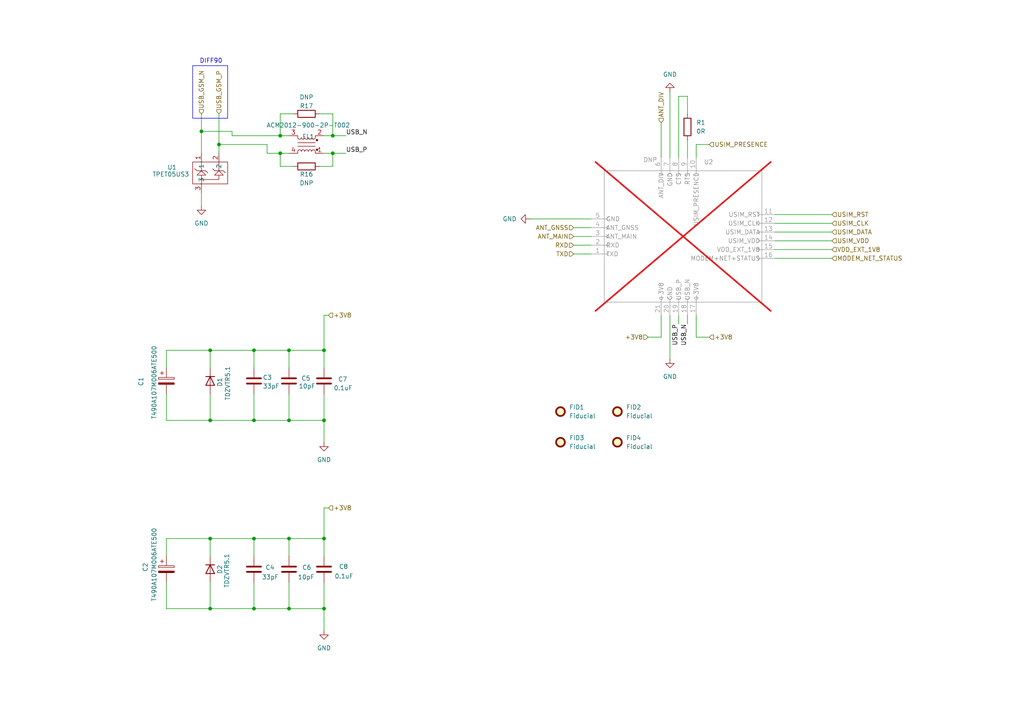
<source format=kicad_sch>
(kicad_sch (version 20231120) (generator "eeschema") (generator_version "8.0")
  (paper "A4")
  (lib_symbols
    (symbol "Device:C" (pin_numbers hide) (pin_names (offset 0.254))
      (property "Reference" "C" (at 0.635 2.54 0))
      (property "Value" "C" (at 0.635 -2.54 0))
      (symbol "C_0_1"
        (polyline (pts (xy -2.032 -0.762) (xy 2.032 -0.762)) (stroke (width 0.508)))
        (polyline (pts (xy -2.032 0.762) (xy 2.032 0.762)) (stroke (width 0.508)))
      )
      (symbol "C_1_1"
        (pin passive line (at 0 3.81 270) (length 2.794) (name "~") (number "1"))
        (pin passive line (at 0 -3.81 90) (length 2.794) (name "~") (number "2"))
      )
    )
    (symbol "Device:C_Polarized" (pin_numbers hide) (pin_names (offset 0.254))
      (property "Reference" "C" (at 0.635 2.54 0))
      (property "Value" "C_Polarized" (at 0.635 -2.54 0))
      (symbol "C_Polarized_0_1"
        (rectangle (start -2.286 0.508) (end 2.286 1.016))
        (polyline (pts (xy -1.778 2.286) (xy -0.762 2.286)))
        (polyline (pts (xy -1.27 2.794) (xy -1.27 1.778)))
        (rectangle (start 2.286 -0.508) (end -2.286 -1.016) (fill (type outline)))
      )
      (symbol "C_Polarized_1_1"
        (pin passive line (at 0 3.81 270) (length 2.794) (name "~") (number "1"))
        (pin passive line (at 0 -3.81 90) (length 2.794) (name "~") (number "2"))
      )
    )
    (symbol "Device:D" (pin_numbers hide) (pin_names (offset 1.016) hide)
      (property "Reference" "D" (at 0 2.54 0))
      (property "Value" "D" (at 0 -2.54 0))
      (symbol "D_0_1"
        (polyline (pts (xy -1.27 1.27) (xy -1.27 -1.27)) (stroke (width 0.254)))
        (polyline (pts (xy 1.27 0) (xy -1.27 0)))
        (polyline (pts (xy 1.27 1.27) (xy 1.27 -1.27) (xy -1.27 0) (xy 1.27 1.27)) (stroke (width 0.254)))
      )
      (symbol "D_1_1"
        (pin passive line (at -3.81 0 0) (length 2.54) (name "K") (number "1"))
        (pin passive line (at 3.81 0 180) (length 2.54) (name "A") (number "2"))
      )
    )
    (symbol "Device:Filter_EMI_CommonMode" (pin_names (offset 0.254) hide)
      (property "Reference" "FL?" (at 0 -5.334 0))
      (property "Value" "0603USB-222MLC" (at 0 -8.636 0))
      (symbol "Filter_EMI_CommonMode_0_1"
        (circle (center -3.048 -1.27) (radius 0.254) (fill (type outline)))
        (circle (center -3.048 1.524) (radius 0.254) (fill (type outline)))
        (arc (start -2.54 2.032) (mid -2.032 1.5262) (end -1.524 2.032))
        (arc (start -1.524 -2.032) (mid -2.032 -1.5262) (end -2.54 -2.032))
        (arc (start -1.524 2.032) (mid -1.016 1.5262) (end -0.508 2.032))
        (arc (start -0.508 -2.032) (mid -1.016 -1.5262) (end -1.524 -2.032))
        (arc (start -0.508 2.032) (mid 0 1.5262) (end 0.508 2.032))
        (polyline (pts (xy -2.54 -2.032) (xy -2.54 -2.54)))
        (polyline (pts (xy -2.54 0.508) (xy 2.54 0.508)))
        (polyline (pts (xy -2.54 2.032) (xy -2.54 2.54)))
        (polyline (pts (xy 2.54 -2.032) (xy 2.54 -2.54)))
        (polyline (pts (xy 2.54 -0.508) (xy -2.54 -0.508)))
        (polyline (pts (xy 2.54 2.54) (xy 2.54 2.032)))
        (arc (start 0.508 -2.032) (mid 0 -1.5262) (end -0.508 -2.032))
        (arc (start 0.508 2.032) (mid 1.016 1.5262) (end 1.524 2.032))
        (arc (start 1.524 -2.032) (mid 1.016 -1.5262) (end 0.508 -2.032))
        (arc (start 1.524 2.032) (mid 2.032 1.5262) (end 2.54 2.032))
        (arc (start 2.54 -2.032) (mid 2.032 -1.5262) (end 1.524 -2.032))
      )
      (symbol "Filter_EMI_CommonMode_1_1"
        (pin passive line (at -5.08 2.54 0) (length 2.54) (name "1") (number "1"))
        (pin passive line (at -5.08 -2.54 0) (length 2.54) (name "2") (number "2"))
        (pin passive line (at 5.08 -2.54 180) (length 2.54) (name "3") (number "3"))
        (pin passive line (at 5.08 2.54 180) (length 2.54) (name "4") (number "4"))
      )
    )
    (symbol "Device:R" (pin_numbers hide) (pin_names (offset 0))
      (property "Reference" "R" (at 2.032 0 90))
      (property "Value" "R" (at 0 0 90))
      (symbol "R_0_1"
        (rectangle (start -1.016 -2.54) (end 1.016 2.54) (stroke (width 0.254)))
      )
      (symbol "R_1_1"
        (pin passive line (at 0 3.81 270) (length 1.27) (name "~") (number "1"))
        (pin passive line (at 0 -3.81 90) (length 1.27) (name "~") (number "2"))
      )
    )
    (symbol "Mechanical:Fiducial"
      (property "Reference" "FID" (at 0 5.08 0))
      (property "Value" "Fiducial" (at 0 3.175 0))
      (symbol "Fiducial_0_1"
        (circle (center 0 0) (radius 1.27) (stroke (width 0.508)) (fill (type background)))
      )
    )
    (symbol "Symbol:GSM_Castelled"
      (property "Reference" "U?" (at 7.2741 6.35 0))
      (property "Value" "~" (at -8.255 6.985 0))
      (symbol "GSM_Castelled_0_1"
        (rectangle (start -21.59 3.81) (end 24.13 -34.29))
      )
      (symbol "GSM_Castelled_1_1"
        (arc (start -20.32 -19.812) (mid -20.8258 -20.32) (end -20.32 -20.828) (stroke (width 0.1524)))
        (arc (start -20.32 -17.272) (mid -20.8258 -17.78) (end -20.32 -18.288) (stroke (width 0.1524)))
        (arc (start -20.32 -14.732) (mid -20.8258 -15.24) (end -20.32 -15.748) (stroke (width 0.1524)))
        (arc (start -20.32 -12.192) (mid -20.8258 -12.7) (end -20.32 -13.208) (stroke (width 0.1524)))
        (arc (start -20.32 -9.652) (mid -20.8258 -10.16) (end -20.32 -10.668) (stroke (width 0.1524)))
        (arc (start -5.588 -33.02) (mid -5.08 -33.5258) (end -4.572 -33.02) (stroke (width 0.1524)))
        (arc (start -4.572 2.54) (mid -5.08 3.0458) (end -5.588 2.54) (stroke (width 0.1524)))
        (arc (start -3.048 -33.02) (mid -2.54 -33.5258) (end -2.032 -33.02) (stroke (width 0.1524)))
        (arc (start -2.032 2.54) (mid -2.54 3.0458) (end -3.048 2.54) (stroke (width 0.1524)))
        (arc (start -0.508 -33.02) (mid 0 -33.5258) (end 0.508 -33.02) (stroke (width 0.1524)))
        (polyline (pts (xy -21.59 -20.32) (xy -20.828 -20.32)) (stroke (width 0.1524)))
        (polyline (pts (xy -21.59 -17.78) (xy -20.828 -17.78)) (stroke (width 0.1524)))
        (polyline (pts (xy -21.59 -15.24) (xy -20.828 -15.24)) (stroke (width 0.1524)))
        (polyline (pts (xy -21.59 -12.7) (xy -20.828 -12.7)) (stroke (width 0.1524)))
        (polyline (pts (xy -21.59 -10.16) (xy -20.828 -10.16)) (stroke (width 0.1524)))
        (polyline (pts (xy -5.08 -34.29) (xy -5.08 -33.528)) (stroke (width 0.1524)))
        (polyline (pts (xy -5.08 3.81) (xy -5.08 3.048)) (stroke (width 0.1524)))
        (polyline (pts (xy -2.54 -34.29) (xy -2.54 -33.528)) (stroke (width 0.1524)))
        (polyline (pts (xy -2.54 3.81) (xy -2.54 3.048)) (stroke (width 0.1524)))
        (polyline (pts (xy 0 -34.29) (xy 0 -33.528)) (stroke (width 0.1524)))
        (polyline (pts (xy 0 3.81) (xy 0 3.048)) (stroke (width 0.1524)))
        (polyline (pts (xy 2.54 -34.29) (xy 2.54 -33.528)) (stroke (width 0.1524)))
        (polyline (pts (xy 2.54 3.81) (xy 2.54 3.048)) (stroke (width 0.1524)))
        (polyline (pts (xy 5.08 -34.29) (xy 5.08 -33.528)) (stroke (width 0.1524)))
        (polyline (pts (xy 5.08 3.81) (xy 5.08 3.048)) (stroke (width 0.1524)))
        (polyline (pts (xy 24.13 -21.59) (xy 23.368 -21.59)) (stroke (width 0.1524)))
        (polyline (pts (xy 24.13 -19.05) (xy 23.368 -19.05)) (stroke (width 0.1524)))
        (polyline (pts (xy 24.13 -16.51) (xy 23.368 -16.51)) (stroke (width 0.1524)))
        (polyline (pts (xy 24.13 -13.97) (xy 23.368 -13.97)) (stroke (width 0.1524)))
        (polyline (pts (xy 24.13 -11.43) (xy 23.368 -11.43)) (stroke (width 0.1524)))
        (polyline (pts (xy 24.13 -8.89) (xy 23.368 -8.89)) (stroke (width 0.1524)))
        (arc (start 0.508 2.54) (mid 0 3.0458) (end -0.508 2.54) (stroke (width 0.1524)))
        (arc (start 2.032 -33.02) (mid 2.54 -33.5258) (end 3.048 -33.02) (stroke (width 0.1524)))
        (arc (start 3.048 2.54) (mid 2.54 3.0458) (end 2.032 2.54) (stroke (width 0.1524)))
        (arc (start 4.572 -33.02) (mid 5.08 -33.5258) (end 5.588 -33.02) (stroke (width 0.1524)))
        (arc (start 5.588 2.54) (mid 5.08 3.0458) (end 4.572 2.54) (stroke (width 0.1524)))
        (arc (start 22.86 -22.098) (mid 23.3658 -21.59) (end 22.86 -21.082) (stroke (width 0.1524)))
        (arc (start 22.86 -19.558) (mid 23.368 -19.05) (end 22.86 -18.542) (stroke (width 0.1524)))
        (arc (start 22.86 -17.018) (mid 23.3658 -16.51) (end 22.86 -16.002) (stroke (width 0.1524)))
        (arc (start 22.86 -14.478) (mid 23.3658 -13.97) (end 22.86 -13.462) (stroke (width 0.1524)))
        (arc (start 22.86 -11.938) (mid 23.3658 -11.43) (end 22.86 -10.922) (stroke (width 0.1524)))
        (arc (start 22.86 -9.398) (mid 23.368 -8.89) (end 22.86 -8.382) (stroke (width 0.1524)))
        (pin passive line (at -25.4 -20.32 0) (length 3.81) (name "TXD") (number "1"))
        (pin passive line (at 5.08 7.62 270) (length 3.81) (name "USIM_PRESENCE") (number "10"))
        (pin passive line (at 27.94 -8.89 180) (length 3.81) (name "USIM_RST") (number "11"))
        (pin passive line (at 27.94 -11.43 180) (length 3.81) (name "USIM_CLK") (number "12"))
        (pin passive line (at 27.94 -13.97 180) (length 3.81) (name "USIM_DATA") (number "13"))
        (pin passive line (at 27.94 -16.51 180) (length 3.81) (name "USIM_VDD") (number "14"))
        (pin passive line (at 27.94 -19.05 180) (length 3.81) (name "VDD_EXT_1V8") (number "15"))
        (pin passive line (at 27.94 -21.59 180) (length 3.81) (name "MODEM+NET+STATUS") (number "16"))
        (pin passive line (at 5.08 -38.1 90) (length 3.81) (name "+3V8") (number "17"))
        (pin passive line (at 2.54 -38.1 90) (length 3.81) (name "USB_N") (number "18"))
        (pin passive line (at 0 -38.1 90) (length 3.81) (name "USB_P") (number "19"))
        (pin passive line (at -25.4 -17.78 0) (length 3.81) (name "RXD") (number "2"))
        (pin passive line (at -2.54 -38.1 90) (length 3.81) (name "GND") (number "20"))
        (pin passive line (at -5.08 -38.1 90) (length 3.81) (name "+3V8") (number "21"))
        (pin passive line (at -25.4 -15.24 0) (length 3.81) (name "ANT_MAIN") (number "3"))
        (pin passive line (at -25.4 -12.7 0) (length 3.81) (name "ANT_GNSS") (number "4"))
        (pin passive line (at -25.4 -10.16 0) (length 3.81) (name "GND") (number "5"))
        (pin passive line (at -5.08 7.62 270) (length 3.81) (name "ANT_DIV") (number "6"))
        (pin passive line (at -2.54 7.62 270) (length 3.81) (name "GND") (number "7"))
        (pin passive line (at 0 7.62 270) (length 3.81) (name "CTS") (number "8"))
        (pin passive line (at 2.54 7.62 270) (length 3.81) (name "RTS") (number "9"))
      )
    )
    (symbol "Symbol:TPET05US3"
      (property "Reference" "U" (at 0 0 0))
      (symbol "TPET05US3_0_1"
        (rectangle (start -5.08 -1.27) (end 5.08 -7.62))
        (polyline (pts (xy -3.81 -3.81) (xy -4.5127 -3.1815)))
        (polyline (pts (xy -3.81 -3.81) (xy -1.27 -3.81)))
        (polyline (pts (xy -2.54 -1.27) (xy -2.54 -3.81)))
        (polyline (pts (xy -1.27 -3.81) (xy -0.7067 -4.4445)))
        (polyline (pts (xy 1.27 -3.81) (xy 0.7439 -3.2327)))
        (polyline (pts (xy 2.54 -3.81) (xy 2.54 -1.27)))
        (polyline (pts (xy 3.81 -3.81) (xy 4.3963 -4.4103)))
        (polyline (pts (xy 2.54 -3.81) (xy 1.27 -3.81) (xy 3.81 -3.81)))
        (polyline (pts (xy -2.54 -7.62) (xy -2.54 -5.08) (xy -3.81 -5.08) (xy -2.54 -3.81) (xy -1.27 -5.08) (xy -2.54 -5.08)))
        (polyline (pts (xy -2.54 -6.35) (xy 2.54 -6.35) (xy 2.54 -5.08) (xy 1.27 -5.08) (xy 2.54 -3.81) (xy 3.81 -5.08) (xy 2.54 -5.08)))
      )
      (symbol "TPET05US3_1_1"
        (pin bidirectional line (at -2.54 1.27 270) (length 2.54) (name "1") (number "1"))
        (pin bidirectional line (at 2.54 1.27 270) (length 2.54) (name "2") (number "2"))
        (pin bidirectional line (at -2.54 -10.16 90) (length 2.54) (name "3") (number "3"))
      )
    )
    (symbol "power:GND" (power) (pin_names (offset 0))
      (property "Value" "GND" (at 0 -3.81 0))
      (symbol "GND_0_1"
        (polyline (pts (xy 0 0) (xy 0 -1.27) (xy 1.27 -1.27) (xy 0 -2.54) (xy -1.27 -1.27) (xy 0 -1.27)))
      )
      (symbol "GND_1_1"
        (pin power_in line (at 0 0 270) (length 0) hide (name "GND") (number "1"))
      )
    )
  )
  (junction (at 73.66 156.21))
  (junction (at 93.98 121.92))
  (junction (at 83.82 176.53))
  (junction (at 81.28 44.45))
  (junction (at 83.82 156.21))
  (junction (at 93.98 101.6))
  (junction (at 73.66 121.92))
  (junction (at 60.96 176.53))
  (junction (at 58.42 38.1))
  (junction (at 93.98 176.53))
  (junction (at 96.52 39.37))
  (junction (at 63.5 41.91))
  (junction (at 73.66 176.53))
  (junction (at 83.82 121.92))
  (junction (at 81.28 39.37))
  (junction (at 83.82 101.6))
  (junction (at 60.96 101.6))
  (junction (at 96.52 44.45))
  (junction (at 73.66 101.6))
  (junction (at 60.96 121.92))
  (junction (at 60.96 156.21))
  (junction (at 93.98 156.21))
  (wire (pts (xy 93.98 161.29) (xy 93.98 156.21)))
  (wire (pts (xy 96.52 44.45) (xy 100.33 44.45)))
  (wire (pts (xy 241.3 62.23) (xy 224.79 62.23)))
  (wire (pts (xy 166.37 73.66) (xy 171.45 73.66)))
  (wire (pts (xy 241.3 74.93) (xy 224.79 74.93)))
  (wire (pts (xy 199.39 27.94) (xy 196.85 27.94)))
  (wire (pts (xy 201.93 97.79) (xy 201.93 91.44)))
  (wire (pts (xy 60.96 156.21) (xy 73.66 156.21)))
  (wire (pts (xy 187.96 97.79) (xy 191.77 97.79)))
  (wire (pts (xy 83.82 161.29) (xy 83.82 156.21)))
  (wire (pts (xy 166.37 66.04) (xy 171.45 66.04)))
  (wire (pts (xy 73.66 156.21) (xy 73.66 161.29)))
  (wire (pts (xy 60.96 176.53) (xy 73.66 176.53)))
  (wire (pts (xy 199.39 33.02) (xy 199.39 27.94)))
  (wire (pts (xy 48.26 176.53) (xy 60.96 176.53)))
  (wire (pts (xy 73.66 121.92) (xy 83.82 121.92)))
  (wire (pts (xy 58.42 38.1) (xy 58.42 44.45)))
  (wire (pts (xy 199.39 91.44) (xy 199.39 93.98)))
  (wire (pts (xy 93.98 176.53) (xy 93.98 168.91)))
  (wire (pts (xy 93.98 106.68) (xy 93.98 101.6)))
  (wire (pts (xy 194.31 91.44) (xy 194.31 104.14)))
  (wire (pts (xy 63.5 41.91) (xy 63.5 44.45)))
  (wire (pts (xy 73.66 176.53) (xy 83.82 176.53)))
  (wire (pts (xy 48.26 121.92) (xy 60.96 121.92)))
  (wire (pts (xy 73.66 168.91) (xy 73.66 176.53)))
  (wire (pts (xy 81.28 33.02) (xy 81.28 39.37)))
  (wire (pts (xy 196.85 27.94) (xy 196.85 45.72)))
  (wire (pts (xy 93.98 121.92) (xy 93.98 128.27)))
  (wire (pts (xy 191.77 35.56) (xy 191.77 45.72)))
  (wire (pts (xy 48.26 168.91) (xy 48.26 176.53)))
  (wire (pts (xy 81.28 44.45) (xy 81.28 48.26)))
  (wire (pts (xy 92.71 48.26) (xy 96.52 48.26)))
  (wire (pts (xy 60.96 168.91) (xy 60.96 176.53)))
  (wire (pts (xy 60.96 106.68) (xy 60.96 101.6)))
  (wire (pts (xy 201.93 41.91) (xy 201.93 45.72)))
  (wire (pts (xy 60.96 161.29) (xy 60.96 156.21)))
  (wire (pts (xy 48.26 114.3) (xy 48.26 121.92)))
  (wire (pts (xy 83.82 114.3) (xy 83.82 121.92)))
  (wire (pts (xy 96.52 33.02) (xy 92.71 33.02)))
  (wire (pts (xy 96.52 39.37) (xy 100.33 39.37)))
  (wire (pts (xy 205.74 41.91) (xy 201.93 41.91)))
  (wire (pts (xy 205.74 97.79) (xy 201.93 97.79)))
  (wire (pts (xy 199.39 40.64) (xy 199.39 45.72)))
  (wire (pts (xy 81.28 48.26) (xy 85.09 48.26)))
  (wire (pts (xy 67.31 39.37) (xy 81.28 39.37)))
  (wire (pts (xy 93.98 39.37) (xy 96.52 39.37)))
  (wire (pts (xy 96.52 33.02) (xy 96.52 39.37)))
  (wire (pts (xy 81.28 44.45) (xy 83.82 44.45)))
  (wire (pts (xy 60.96 121.92) (xy 73.66 121.92)))
  (wire (pts (xy 58.42 33.02) (xy 58.42 38.1)))
  (wire (pts (xy 96.52 44.45) (xy 96.52 48.26)))
  (wire (pts (xy 81.28 39.37) (xy 83.82 39.37)))
  (wire (pts (xy 93.98 176.53) (xy 93.98 182.88)))
  (wire (pts (xy 166.37 71.12) (xy 171.45 71.12)))
  (wire (pts (xy 77.47 44.45) (xy 77.47 41.91)))
  (wire (pts (xy 241.3 64.77) (xy 224.79 64.77)))
  (wire (pts (xy 60.96 101.6) (xy 73.66 101.6)))
  (wire (pts (xy 67.31 39.37) (xy 67.31 38.1)))
  (wire (pts (xy 95.25 147.32) (xy 93.98 147.32)))
  (wire (pts (xy 63.5 33.02) (xy 63.5 41.91)))
  (wire (pts (xy 191.77 97.79) (xy 191.77 91.44)))
  (wire (pts (xy 93.98 156.21) (xy 83.82 156.21)))
  (wire (pts (xy 241.3 67.31) (xy 224.79 67.31)))
  (wire (pts (xy 241.3 69.85) (xy 224.79 69.85)))
  (wire (pts (xy 48.26 156.21) (xy 60.96 156.21)))
  (wire (pts (xy 93.98 101.6) (xy 83.82 101.6)))
  (wire (pts (xy 83.82 106.68) (xy 83.82 101.6)))
  (wire (pts (xy 95.25 91.44) (xy 93.98 91.44)))
  (wire (pts (xy 83.82 121.92) (xy 93.98 121.92)))
  (wire (pts (xy 77.47 41.91) (xy 63.5 41.91)))
  (wire (pts (xy 93.98 121.92) (xy 93.98 114.3)))
  (wire (pts (xy 60.96 114.3) (xy 60.96 121.92)))
  (wire (pts (xy 194.31 26.67) (xy 194.31 45.72)))
  (wire (pts (xy 83.82 101.6) (xy 73.66 101.6)))
  (wire (pts (xy 48.26 101.6) (xy 60.96 101.6)))
  (wire (pts (xy 83.82 176.53) (xy 93.98 176.53)))
  (wire (pts (xy 48.26 106.68) (xy 48.26 101.6)))
  (wire (pts (xy 166.37 68.58) (xy 171.45 68.58)))
  (wire (pts (xy 83.82 168.91) (xy 83.82 176.53)))
  (wire (pts (xy 67.31 38.1) (xy 58.42 38.1)))
  (wire (pts (xy 73.66 114.3) (xy 73.66 121.92)))
  (wire (pts (xy 73.66 101.6) (xy 73.66 106.68)))
  (wire (pts (xy 93.98 147.32) (xy 93.98 156.21)))
  (wire (pts (xy 48.26 161.29) (xy 48.26 156.21)))
  (wire (pts (xy 153.67 63.5) (xy 171.45 63.5)))
  (wire (pts (xy 77.47 44.45) (xy 81.28 44.45)))
  (wire (pts (xy 224.79 72.39) (xy 241.3 72.39)))
  (wire (pts (xy 85.09 33.02) (xy 81.28 33.02)))
  (wire (pts (xy 93.98 91.44) (xy 93.98 101.6)))
  (wire (pts (xy 58.42 55.88) (xy 58.42 59.69)))
  (wire (pts (xy 83.82 156.21) (xy 73.66 156.21)))
  (wire (pts (xy 93.98 44.45) (xy 96.52 44.45)))
  (wire (pts (xy 196.85 91.44) (xy 196.85 93.98)))
  (rectangle (start 55.88 19.05) (end 66.04 34.29))
  (text "DIFF90\n" (at 61.214 17.78 0) (effects (font (size 1.27 1.27))))
  (label "USB_N" (at 100.33 39.37 0))
  (label "USB_N" (at 199.39 93.98 270))
  (label "USB_P" (at 100.33 44.45 0))
  (label "USB_P" (at 196.85 93.98 270))
  (hierarchical_label "TXD" (shape input) (at 166.37 73.66 180))
  (hierarchical_label "+3V8" (shape input) (at 95.25 147.32 0))
  (hierarchical_label "USIM_VDD" (shape input) (at 241.3 69.85 0))
  (hierarchical_label "USIM_PRESENCE" (shape input) (at 205.74 41.91 0))
  (hierarchical_label "+3V8" (shape input) (at 95.25 91.44 0))
  (hierarchical_label "ANT_DIV" (shape input) (at 191.77 35.56 90))
  (hierarchical_label "RXD" (shape input) (at 166.37 71.12 180))
  (hierarchical_label "+3V8" (shape input) (at 187.96 97.79 180))
  (hierarchical_label "ANT_GNSS" (shape input) (at 166.37 66.04 180))
  (hierarchical_label "USB_GSM_P" (shape input) (at 63.5 33.02 90))
  (hierarchical_label "USIM_RST" (shape input) (at 241.3 62.23 0))
  (hierarchical_label "USB_GSM_N" (shape input) (at 58.42 33.02 90))
  (hierarchical_label "USIM_DATA" (shape input) (at 241.3 67.31 0))
  (hierarchical_label "VDD_EXT_1V8" (shape input) (at 241.3 72.39 0))
  (hierarchical_label "USIM_CLK" (shape input) (at 241.3 64.77 0))
  (hierarchical_label "+3V8" (shape input) (at 205.74 97.79 0))
  (hierarchical_label "ANT_MAIN" (shape input) (at 166.37 68.58 180))
  (hierarchical_label "MODEM_NET_STATUS" (shape input) (at 241.3 74.93 0))
  (symbol (lib_id "Device:R") (at 199.39 36.83 0) (unit 1)
    (property "Reference" "R1" (at 201.93 35.5599 0) (effects (justify left)))
    (property "Value" "0R" (at 201.93 38.0999 0) (effects (justify left)))
    (property "Footprint" "Resistor_SMD:R_0603_1608Metric" (effects (hide yes)))
    (property "Description" "Resistor" (effects (hide yes)))
  )
  (symbol (lib_id "power:GND") (at 58.42 59.69 0) (unit 1)
    (property "Reference" "#PWR07" (effects (hide yes)))
    (property "Value" "GND" (at 58.42 64.77 0))
    (property "Description" "Power symbol creates a global label with name \"GND\" , ground" (effects (hide yes)))
  )
  (symbol (lib_id "power:GND") (at 93.98 182.88 0) (unit 1)
    (property "Reference" "#PWR09" (effects (hide yes)))
    (property "Value" "GND" (at 93.98 187.96 0))
    (property "Description" "Power symbol creates a global label with name \"GND\" , ground" (effects (hide yes)))
  )
  (symbol (lib_id "Mechanical:Fiducial") (at 179.07 119.38 0) (unit 1)
    (property "Reference" "FID2" (at 181.61 118.1099 0) (effects (justify left)))
    (property "Value" "Fiducial" (at 181.61 120.6499 0) (effects (justify left)))
    (property "Footprint" "Fiducial:Fiducial_0.5mm_Mask1.5mm" (effects (hide yes)))
    (property "Description" "Fiducial Marker" (effects (hide yes)))
  )
  (symbol (lib_id "Device:C") (at 73.66 110.49 0) (unit 1)
    (property "Reference" "C3" (at 76.2 109.474 0) (effects (justify left)))
    (property "Value" "33pF" (at 76.2 112.014 0) (effects (justify left)))
    (property "Footprint" "Capacitor_SMD:C_0603_1608Metric" (effects (hide yes)))
    (property "Description" "Unpolarized capacitor" (effects (hide yes)))
  )
  (symbol (lib_id "Device:C") (at 83.82 165.1 0) (unit 1)
    (property "Reference" "C6" (at 87.63 164.592 0) (effects (justify left)))
    (property "Value" "10pF" (at 86.36 167.386 0) (effects (justify left)))
    (property "Footprint" "Capacitor_SMD:C_0603_1608Metric" (effects (hide yes)))
    (property "Description" "Unpolarized capacitor" (effects (hide yes)))
  )
  (symbol (lib_id "Mechanical:Fiducial") (at 162.56 128.27 0) (unit 1)
    (property "Reference" "FID3" (at 165.1 126.9999 0) (effects (justify left)))
    (property "Value" "Fiducial" (at 165.1 129.5399 0) (effects (justify left)))
    (property "Footprint" "Fiducial:Fiducial_0.5mm_Mask1.5mm" (effects (hide yes)))
    (property "Description" "Fiducial Marker" (effects (hide yes)))
  )
  (symbol (lib_id "power:GND") (at 153.67 63.5 270) (unit 1)
    (property "Reference" "#PWR010" (effects (hide yes)))
    (property "Value" "GND" (at 149.86 63.4999 90) (effects (justify right)))
    (property "Description" "Power symbol creates a global label with name \"GND\" , ground" (effects (hide yes)))
  )
  (symbol (lib_id "Device:R") (at 88.9 33.02 90) (unit 1)
    (property "Reference" "R17" (at 88.9 30.734 90))
    (property "Value" "DNP" (at 88.9 28.194 90))
    (property "Footprint" "Resistor_SMD:R_0603_1608Metric" (effects (hide yes)))
    (property "Description" "Resistor" (effects (hide yes)))
  )
  (symbol (lib_id "Device:C_Polarized") (at 48.26 165.1 0) (unit 1)
    (property "Reference" "C2" (at 42.164 165.862 90) (effects (justify left)))
    (property "Value" "T490A107M006ATE500" (at 44.704 174.498 90) (effects (justify left)))
    (property "Footprint" "KiCad:T490A" (effects (hide yes)))
    (property "Datasheet" "https://datasheet.lcsc.com/lcsc/2304140030_KEMET-T490A107M006ATE500_C1881735.pdf" (effects (hide yes)))
    (property "Description" "100uF 6V 500mΩ@100kHz ±20% 1206 Tantalum Capacitors ROHS" (effects (hide yes)))
    (property "MPN" "T490A107M006ATE500" (effects (hide yes)))
  )
  (symbol (lib_id "power:GND") (at 194.31 26.67 180) (unit 1)
    (property "Reference" "#PWR011" (effects (hide yes)))
    (property "Value" "GND" (at 194.31 21.59 0))
    (property "Description" "Power symbol creates a global label with name \"GND\" , ground" (effects (hide yes)))
  )
  (symbol (lib_id "Device:C") (at 93.98 165.1 0) (unit 1)
    (property "Reference" "C8" (at 98.298 164.338 0) (effects (justify left)))
    (property "Value" "0.1uF" (at 97.028 167.132 0) (effects (justify left)))
    (property "Footprint" "Capacitor_SMD:C_0603_1608Metric" (effects (hide yes)))
    (property "Description" "Unpolarized capacitor" (effects (hide yes)))
  )
  (symbol (lib_id "Device:C") (at 73.66 165.1 0) (unit 1)
    (property "Reference" "C4" (at 76.962 164.592 0) (effects (justify left)))
    (property "Value" "33pF" (at 75.946 167.386 0) (effects (justify left)))
    (property "Footprint" "Capacitor_SMD:C_0603_1608Metric" (effects (hide yes)))
    (property "Description" "Unpolarized capacitor" (effects (hide yes)))
  )
  (symbol (lib_id "power:GND") (at 93.98 128.27 0) (unit 1)
    (property "Reference" "#PWR08" (effects (hide yes)))
    (property "Value" "GND" (at 93.98 133.35 0))
    (property "Description" "Power symbol creates a global label with name \"GND\" , ground" (effects (hide yes)))
  )
  (symbol (lib_id "Device:Filter_EMI_CommonMode") (at 88.9 41.91 180) (unit 1)
    (property "Reference" "FL1" (at 89.408 39.624 0))
    (property "Value" "ACM2012-900-2P-T002" (at 89.408 36.322 0))
    (property "Footprint" "Library:ACM2012-900-2P-T002" (effects (hide yes)))
    (property "Description" "90Ω@100MHz 190mΩ 2 SMD-4P Common Mode Filters ROHS" (effects (hide yes)))
    (property "MPN" "ACM2012-900-2P-T002" (effects (hide yes)))
  )
  (symbol (lib_id "Device:R") (at 88.9 48.26 270) (unit 1)
    (property "Reference" "R16" (at 88.9 50.546 90))
    (property "Value" "DNP" (at 88.9 53.086 90))
    (property "Footprint" "Resistor_SMD:R_0603_1608Metric" (effects (hide yes)))
    (property "Description" "Resistor" (effects (hide yes)))
  )
  (symbol (lib_id "Symbol:GSM_Castelled") (at 196.85 53.34 0) (unit 1) (dnp yes)
    (property "Reference" "U2" (at 204.1241 46.99 0) (effects (justify left)))
    (property "Value" "DNP" (at 188.595 46.355 0))
    (property "Footprint" "Footprint Library:GSM_Castelled" (effects (hide yes)))
  )
  (symbol (lib_id "Device:C") (at 93.98 110.49 0) (unit 1)
    (property "Reference" "C7" (at 98.044 109.982 0) (effects (justify left)))
    (property "Value" "0.1uF" (at 96.774 112.522 0) (effects (justify left)))
    (property "Footprint" "Capacitor_SMD:C_0603_1608Metric" (effects (hide yes)))
    (property "Description" "Unpolarized capacitor" (effects (hide yes)))
  )
  (symbol (lib_id "Device:D") (at 60.96 110.49 270) (unit 1)
    (property "Reference" "D1" (at 63.754 109.474 0) (effects (justify left)))
    (property "Value" "TDZVTR5.1" (at 66.04 106.172 0) (effects (justify left)))
    (property "Footprint" "Library:TDZVTR5.1" (effects (hide yes)))
    (property "Datasheet" "https://fscdn.rohm.com/en/products/databook/datasheet/discrete/diode/zener/tdzvtr5.1-e.pdf" (effects (hide yes)))
    (property "Description" "500mW 5.1V ±9.8% TUMD2M Zener Diodes ROHS" (effects (hide yes)))
    (property "MPN" "TDZVTR5.1" (effects (hide yes)))
  )
  (symbol (lib_id "Device:C") (at 83.82 110.49 0) (unit 1)
    (property "Reference" "C5" (at 87.376 109.728 0) (effects (justify left)))
    (property "Value" "10pF" (at 86.614 112.014 0) (effects (justify left)))
    (property "Footprint" "Capacitor_SMD:C_0603_1608Metric" (effects (hide yes)))
    (property "Description" "Unpolarized capacitor" (effects (hide yes)))
  )
  (symbol (lib_id "Mechanical:Fiducial") (at 179.07 128.27 0) (unit 1)
    (property "Reference" "FID4" (at 181.61 126.9999 0) (effects (justify left)))
    (property "Value" "Fiducial" (at 181.61 129.5399 0) (effects (justify left)))
    (property "Footprint" "Fiducial:Fiducial_0.5mm_Mask1.5mm" (effects (hide yes)))
    (property "Description" "Fiducial Marker" (effects (hide yes)))
  )
  (symbol (lib_id "Device:C_Polarized") (at 48.26 110.49 0) (unit 1)
    (property "Reference" "C1" (at 40.894 112.014 90) (effects (justify left)))
    (property "Value" "T490A107M006ATE500" (at 44.704 121.666 90) (effects (justify left)))
    (property "Footprint" "KiCad:T490A" (effects (hide yes)))
    (property "Datasheet" "https://datasheet.lcsc.com/lcsc/2304140030_KEMET-T490A107M006ATE500_C1881735.pdf" (effects (hide yes)))
    (property "Description" "100uF 6V 500mΩ@100kHz ±20% 1206 Tantalum Capacitors ROHS" (effects (hide yes)))
    (property "MPN" "T490A107M006ATE500" (effects (hide yes)))
  )
  (symbol (lib_id "power:GND") (at 194.31 104.14 0) (unit 1)
    (property "Reference" "#PWR012" (effects (hide yes)))
    (property "Value" "GND" (at 194.31 109.22 0))
    (property "Description" "Power symbol creates a global label with name \"GND\" , ground" (effects (hide yes)))
  )
  (symbol (lib_id "Device:D") (at 60.96 165.1 270) (unit 1)
    (property "Reference" "D2" (at 63.754 163.83 0) (effects (justify left)))
    (property "Value" "TDZVTR5.1" (at 65.786 160.528 0) (effects (justify left)))
    (property "Footprint" "Library:TDZVTR5.1" (effects (hide yes)))
    (property "Datasheet" "https://fscdn.rohm.com/en/products/databook/datasheet/discrete/diode/zener/tdzvtr5.1-e.pdf" (effects (hide yes)))
    (property "Description" "500mW 5.1V ±9.8% TUMD2M Zener Diodes ROHS" (effects (hide yes)))
    (property "MPN" "TDZVTR5.1" (effects (hide yes)))
  )
  (symbol (lib_id "Symbol:TPET05US3") (at 60.96 45.72 0) (unit 1)
    (property "Reference" "U1" (at 48.514 48.514 0) (effects (justify left)))
    (property "Value" "TPET05US3" (at 49.53 50.546 0))
    (property "Footprint" "Library:TPET05US3" (effects (hide yes)))
    (property "Datasheet" "https://datasheet.lcsc.com/lcsc/2108131930_TECH-PUBLIC-TPET05US3_C521939.pdf" (effects (hide yes)))
    (property "Description" "SOT-23-3 Electrostatic and Surge Protection (TVS/ESD) ROHS" (effects (hide yes)))
    (property "MPN" "TPET05US3" (effects (hide yes)))
  )
  (symbol (lib_id "Mechanical:Fiducial") (at 162.56 119.38 0) (unit 1)
    (property "Reference" "FID1" (at 165.1 118.1099 0) (effects (justify left)))
    (property "Value" "Fiducial" (at 165.1 120.6499 0) (effects (justify left)))
    (property "Footprint" "Fiducial:Fiducial_0.5mm_Mask1.5mm" (effects (hide yes)))
    (property "Description" "Fiducial Marker" (effects (hide yes)))
  )
)
</source>
